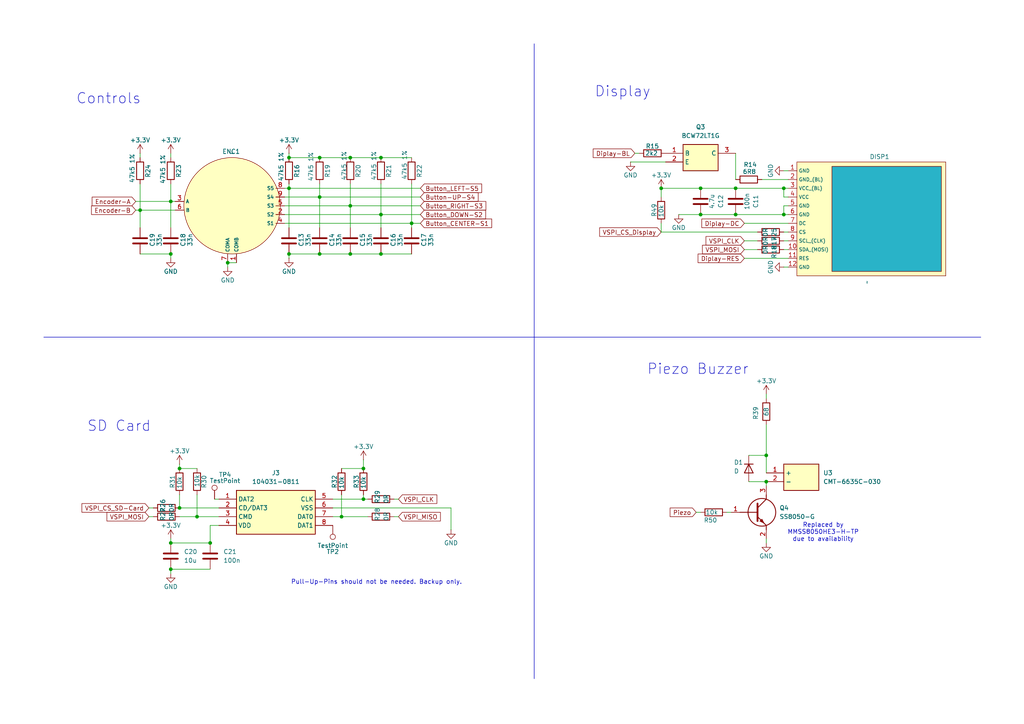
<source format=kicad_sch>
(kicad_sch (version 20231120) (generator "eeschema") (generator_version "8.0")
  (paper "A4")
  (title_block (title "Barbel Motion Tracker") (date "2024-08-16") (rev "1") (company "Thorben Horn"))
  (lib_symbols
    (symbol "Connector:TestPoint" (pin_numbers hide) (pin_names (offset 0.762) hide)
      (property "Reference" "TP" (at 0 6.858 0))
      (property "Value" "TestPoint" (at 0 5.08 0))
      (symbol "TestPoint_0_1"
        (circle (center 0 3.302) (radius 0.762))
      )
      (symbol "TestPoint_1_1"
        (pin passive line (at 0 0 90) (length 2.54) (name "1") (number "1"))
      )
    )
    (symbol "Device:C" (pin_numbers hide) (pin_names (offset 0.254))
      (property "Reference" "C" (at 0.635 2.54 0))
      (property "Value" "C" (at 0.635 -2.54 0))
      (symbol "C_0_1"
        (polyline (pts (xy -2.032 -0.762) (xy 2.032 -0.762)) (stroke (width 0.508)))
        (polyline (pts (xy -2.032 0.762) (xy 2.032 0.762)) (stroke (width 0.508)))
      )
      (symbol "C_1_1"
        (pin passive line (at 0 3.81 270) (length 2.794) (name "~") (number "1"))
        (pin passive line (at 0 -3.81 90) (length 2.794) (name "~") (number "2"))
      )
    )
    (symbol "Device:D" (pin_numbers hide) (pin_names (offset 1.016) hide)
      (property "Reference" "D" (at 0 2.54 0))
      (property "Value" "D" (at 0 -2.54 0))
      (symbol "D_0_1"
        (polyline (pts (xy -1.27 1.27) (xy -1.27 -1.27)) (stroke (width 0.254)))
        (polyline (pts (xy 1.27 0) (xy -1.27 0)))
        (polyline (pts (xy 1.27 1.27) (xy 1.27 -1.27) (xy -1.27 0) (xy 1.27 1.27)) (stroke (width 0.254)))
      )
      (symbol "D_1_1"
        (pin passive line (at -3.81 0 0) (length 2.54) (name "K") (number "1"))
        (pin passive line (at 3.81 0 180) (length 2.54) (name "A") (number "2"))
      )
    )
    (symbol "Device:R" (pin_numbers hide) (pin_names (offset 0))
      (property "Reference" "R" (at 2.032 0 90))
      (property "Value" "R" (at 0 0 90))
      (symbol "R_0_1"
        (rectangle (start -1.016 -2.54) (end 1.016 2.54) (stroke (width 0.254)))
      )
      (symbol "R_1_1"
        (pin passive line (at 0 3.81 270) (length 1.27) (name "~") (number "1"))
        (pin passive line (at 0 -3.81 90) (length 1.27) (name "~") (number "2"))
      )
    )
    (symbol "Display_ST7789V2:Display_ST7789V2"
      (property "Reference" "DISP" (at 0.254 26.67 0))
      (symbol "Display_ST7789V2_1_1"
        (rectangle (start -16.51 21.59) (end 16.51 -21.59) (fill (type background)))
        (rectangle (start -15.24 20.32) (end 15.24 -11.43) (fill (type color) (color 41 179 200 1)))
        (pin power_in line (at -13.97 -24.13 90) (length 2.54) (name "GND") (number "1"))
        (pin bidirectional line (at 8.89 -24.13 90) (length 2.54) (name "SDA_(MOSI)") (number "10"))
        (pin bidirectional line (at 11.43 -24.13 90) (length 2.54) (name "RES") (number "11"))
        (pin power_in line (at 13.97 -24.13 90) (length 2.54) (name "GND") (number "12"))
        (pin input line (at -11.43 -24.13 90) (length 2.54) (name "GND_(BL)") (number "2"))
        (pin power_in line (at -8.89 -24.13 90) (length 2.54) (name "VCC_(BL)") (number "3"))
        (pin power_in line (at -6.35 -24.13 90) (length 2.54) (name "VCC") (number "4"))
        (pin power_in line (at -3.81 -24.13 90) (length 2.54) (name "GND") (number "5"))
        (pin power_in line (at -1.27 -24.13 90) (length 2.54) (name "GND") (number "6"))
        (pin bidirectional line (at 1.27 -24.13 90) (length 2.54) (name "DC") (number "7"))
        (pin bidirectional line (at 3.81 -24.13 90) (length 2.54) (name "CS") (number "8"))
        (pin bidirectional line (at 6.35 -24.13 90) (length 2.54) (name "SCL_(CLK)") (number "9"))
      )
    )
    (symbol "SamacSys_Parts:104031-0811"
      (property "Reference" "J" (at 29.21 7.62 0))
      (property "Value" "104031-0811" (at 29.21 5.08 0))
      (symbol "104031-0811_1_1"
        (rectangle (start 5.08 2.54) (end 27.94 -10.16) (stroke (width 0.254)) (fill (type background)))
        (pin passive line (at 0 0 0) (length 5.08) (name "DAT2") (number "1"))
        (pin passive line (at 0 -2.54 0) (length 5.08) (name "CD/DAT3") (number "2"))
        (pin passive line (at 0 -5.08 0) (length 5.08) (name "CMD") (number "3"))
        (pin passive line (at 0 -7.62 0) (length 5.08) (name "VDD") (number "4"))
        (pin passive line (at 33.02 0 180) (length 5.08) (name "CLK") (number "5"))
        (pin passive line (at 33.02 -2.54 180) (length 5.08) (name "VSS") (number "6"))
        (pin passive line (at 33.02 -5.08 180) (length 5.08) (name "DAT0") (number "7"))
        (pin passive line (at 33.02 -7.62 180) (length 5.08) (name "DAT1") (number "8"))
      )
    )
    (symbol "SamacSys_Parts:BCW72LT1G"
      (property "Reference" "Q" (at 16.51 7.62 0))
      (property "Value" "BCW72LT1G" (at 16.51 5.08 0))
      (symbol "BCW72LT1G_1_1"
        (rectangle (start 5.08 2.54) (end 15.24 -5.08) (stroke (width 0.254)) (fill (type background)))
        (pin passive line (at 0 0 0) (length 5.08) (name "B") (number "1"))
        (pin passive line (at 0 -2.54 0) (length 5.08) (name "E") (number "2"))
        (pin passive line (at 20.32 0 180) (length 5.08) (name "C") (number "3"))
      )
    )
    (symbol "SamacSys_Parts:CMT-6635C-030"
      (property "Reference" "U" (at 16.51 7.62 0))
      (property "Value" "CMT-6635C-030" (at 16.51 5.08 0))
      (symbol "CMT-6635C-030_1_1"
        (rectangle (start 5.08 2.54) (end 15.24 -5.08) (stroke (width 0.254)) (fill (type background)))
        (pin passive line (at 0 0 0) (length 5.08) (name "+") (number "1"))
        (pin passive line (at 0 -2.54 0) (length 5.08) (name "-") (number "2"))
      )
    )
    (symbol "SamacSys_Parts:SS8050-G" (pin_names hide)
      (property "Reference" "Q" (at 13.97 1.27 0))
      (property "Value" "SS8050-G" (at 13.97 -1.27 0))
      (symbol "SS8050-G_1_1"
        (polyline (pts (xy 2.54 0) (xy 7.62 0)) (stroke (width 0.254)))
        (polyline (pts (xy 7.62 -1.27) (xy 10.16 -3.81)) (stroke (width 0.254)))
        (polyline (pts (xy 7.62 1.27) (xy 10.16 3.81)) (stroke (width 0.254)))
        (polyline (pts (xy 7.62 2.54) (xy 7.62 -2.54)) (stroke (width 0.508)))
        (polyline (pts (xy 10.16 -3.81) (xy 10.16 -5.08)) (stroke (width 0.254)))
        (polyline (pts (xy 10.16 3.81) (xy 10.16 5.08)) (stroke (width 0.254)))
        (polyline (pts (xy 8.382 -2.54) (xy 8.89 -2.032) (xy 9.398 -3.048) (xy 8.382 -2.54)) (stroke (width 0.254)) (fill (type outline)))
        (circle (center 8.89 0) (radius 4.016) (stroke (width 0.254)))
        (pin passive line (at 0 0 0) (length 2.54) (name "B") (number "1"))
        (pin passive line (at 10.16 -7.62 90) (length 2.54) (name "E") (number "2"))
        (pin passive line (at 10.16 7.62 270) (length 2.54) (name "C") (number "3"))
      )
    )
    (symbol "ZippyRotaryEncoder_ANO:ZippyRotaryEncoder_ANO"
      (property "Reference" "ENC" (at 0.254 15.494 0))
      (symbol "ZippyRotaryEncoder_ANO_1_1"
        (circle (center 0 0) (radius 13.97) (fill (type background)))
        (pin passive line (at 1.27 -16.51 90) (length 2.54) (name "COMB") (number "1"))
        (pin bidirectional line (at 15.24 -2.54 180) (length 2.54) (name "S2") (number "2"))
        (pin bidirectional line (at -16.51 1.27 0) (length 2.54) (name "A") (number "3"))
        (pin bidirectional line (at 15.24 -5.08 180) (length 2.54) (name "S1") (number "4"))
        (pin bidirectional line (at 15.24 0 180) (length 2.54) (name "S3") (number "5"))
        (pin bidirectional line (at -16.51 -1.27 0) (length 2.54) (name "B") (number "6"))
        (pin passive line (at -1.27 -16.51 90) (length 2.54) (name "COMA") (number "7"))
        (pin bidirectional line (at 15.24 5.08 180) (length 2.54) (name "S5") (number "8"))
        (pin bidirectional line (at 15.24 2.54 180) (length 2.54) (name "S4") (number "9"))
      )
    )
    (symbol "power:+3.3V" (power) (pin_numbers hide) (pin_names (offset 0) hide)
      (property "Value" "+3.3V" (at 0 3.556 0))
      (symbol "+3.3V_0_1"
        (polyline (pts (xy -0.762 1.27) (xy 0 2.54)))
        (polyline (pts (xy 0 0) (xy 0 2.54)))
        (polyline (pts (xy 0 2.54) (xy 0.762 1.27)))
      )
      (symbol "+3.3V_1_1"
        (pin power_in line (at 0 0 90) (length 0) (name "~") (number "1"))
      )
    )
    (symbol "power:GND" (power) (pin_numbers hide) (pin_names (offset 0) hide)
      (property "Value" "GND" (at 0 -3.81 0))
      (symbol "GND_0_1"
        (polyline (pts (xy 0 0) (xy 0 -1.27) (xy 1.27 -1.27) (xy 0 -2.54) (xy -1.27 -1.27) (xy 0 -1.27)))
      )
      (symbol "GND_1_1"
        (pin power_in line (at 0 0 270) (length 0) (name "~") (number "1"))
      )
    )
  )
  (junction (at 101.6 59.69))
  (junction (at 110.49 73.66))
  (junction (at 66.04 76.2))
  (junction (at 222.25 132.08))
  (junction (at 52.07 135.89))
  (junction (at 40.64 60.96))
  (junction (at 83.82 54.61))
  (junction (at 105.41 135.89))
  (junction (at 52.07 147.32))
  (junction (at 92.71 57.15))
  (junction (at 49.53 73.66))
  (junction (at 213.36 54.61))
  (junction (at 203.2 62.23))
  (junction (at 101.6 45.72))
  (junction (at 60.96 157.48))
  (junction (at 101.6 73.66))
  (junction (at 92.71 45.72))
  (junction (at 49.53 165.1))
  (junction (at 213.36 62.23))
  (junction (at 191.77 54.61))
  (junction (at 105.41 144.78))
  (junction (at 227.33 62.23))
  (junction (at 83.82 45.72))
  (junction (at 92.71 73.66))
  (junction (at 227.33 54.61))
  (junction (at 203.2 54.61))
  (junction (at 222.25 139.7))
  (junction (at 49.53 58.42))
  (junction (at 83.82 73.66))
  (junction (at 110.49 45.72))
  (junction (at 119.38 64.77))
  (junction (at 110.49 62.23))
  (junction (at 99.06 149.86))
  (junction (at 49.53 157.48))
  (junction (at 57.15 149.86))
  (wire (pts (xy 40.64 44.45) (xy 40.64 45.72)))
  (wire (pts (xy 213.36 62.23) (xy 227.33 62.23)))
  (wire (pts (xy 83.82 45.72) (xy 92.71 45.72)))
  (wire (pts (xy 228.6 72.39) (xy 227.33 72.39)))
  (wire (pts (xy 110.49 62.23) (xy 110.49 66.04)))
  (wire (pts (xy 191.77 67.31) (xy 219.71 67.31)))
  (wire (pts (xy 228.6 67.31) (xy 227.33 67.31)))
  (wire (pts (xy 83.82 54.61) (xy 121.92 54.61)))
  (wire (pts (xy 105.41 135.89) (xy 105.41 133.35)))
  (wire (pts (xy 193.04 46.99) (xy 182.88 46.99)))
  (wire (pts (xy 49.53 165.1) (xy 49.53 166.37)))
  (wire (pts (xy 49.53 58.42) (xy 49.53 66.04)))
  (wire (pts (xy 52.07 147.32) (xy 63.5 147.32)))
  (wire (pts (xy 66.04 76.2) (xy 66.04 77.47)))
  (wire (pts (xy 227.33 59.69) (xy 227.33 62.23)))
  (wire (pts (xy 219.71 72.39) (xy 215.9 72.39)))
  (wire (pts (xy 228.6 69.85) (xy 227.33 69.85)))
  (wire (pts (xy 228.6 57.15) (xy 227.33 57.15)))
  (wire (pts (xy 213.36 54.61) (xy 227.33 54.61)))
  (wire (pts (xy 219.71 69.85) (xy 215.9 69.85)))
  (wire (pts (xy 203.2 62.23) (xy 196.85 62.23)))
  (wire (pts (xy 62.23 144.78) (xy 63.5 144.78)))
  (wire (pts (xy 49.53 157.48) (xy 60.96 157.48)))
  (wire (pts (xy 213.36 44.45) (xy 213.36 52.07)))
  (wire (pts (xy 49.53 156.21) (xy 49.53 157.48)))
  (wire (pts (xy 82.55 64.77) (xy 119.38 64.77)))
  (wire (pts (xy 110.49 62.23) (xy 121.92 62.23)))
  (wire (pts (xy 92.71 53.34) (xy 92.71 57.15)))
  (wire (pts (xy 228.6 77.47) (xy 227.33 77.47)))
  (wire (pts (xy 83.82 73.66) (xy 83.82 74.93)))
  (wire (pts (xy 82.55 59.69) (xy 101.6 59.69)))
  (wire (pts (xy 227.33 57.15) (xy 227.33 54.61)))
  (wire (pts (xy 40.64 53.34) (xy 40.64 60.96)))
  (wire (pts (xy 228.6 54.61) (xy 227.33 54.61)))
  (wire (pts (xy 110.49 45.72) (xy 119.38 45.72)))
  (wire (pts (xy 83.82 73.66) (xy 92.71 73.66)))
  (wire (pts (xy 92.71 45.72) (xy 101.6 45.72)))
  (polyline (pts (xy 12.7 97.79) (xy 284.48 97.79)))
  (wire (pts (xy 114.3 144.78) (xy 115.57 144.78)))
  (wire (pts (xy 130.81 147.32) (xy 96.52 147.32)))
  (wire (pts (xy 101.6 53.34) (xy 101.6 59.69)))
  (wire (pts (xy 99.06 149.86) (xy 106.68 149.86)))
  (wire (pts (xy 222.25 123.19) (xy 222.25 132.08)))
  (wire (pts (xy 222.25 114.3) (xy 222.25 115.57)))
  (wire (pts (xy 57.15 149.86) (xy 63.5 149.86)))
  (wire (pts (xy 228.6 52.07) (xy 220.98 52.07)))
  (wire (pts (xy 68.58 76.2) (xy 66.04 76.2)))
  (wire (pts (xy 210.82 148.59) (xy 212.09 148.59)))
  (wire (pts (xy 217.17 132.08) (xy 222.25 132.08)))
  (wire (pts (xy 92.71 57.15) (xy 121.92 57.15)))
  (wire (pts (xy 101.6 59.69) (xy 121.92 59.69)))
  (wire (pts (xy 60.96 152.4) (xy 60.96 157.48)))
  (wire (pts (xy 83.82 44.45) (xy 83.82 45.72)))
  (wire (pts (xy 203.2 54.61) (xy 191.77 54.61)))
  (wire (pts (xy 114.3 149.86) (xy 115.57 149.86)))
  (wire (pts (xy 60.96 165.1) (xy 49.53 165.1)))
  (wire (pts (xy 43.18 149.86) (xy 44.45 149.86)))
  (wire (pts (xy 119.38 53.34) (xy 119.38 64.77)))
  (wire (pts (xy 52.07 135.89) (xy 52.07 134.62)))
  (wire (pts (xy 110.49 53.34) (xy 110.49 62.23)))
  (wire (pts (xy 222.25 132.08) (xy 222.25 137.16)))
  (wire (pts (xy 101.6 45.72) (xy 110.49 45.72)))
  (wire (pts (xy 83.82 54.61) (xy 83.82 66.04)))
  (wire (pts (xy 130.81 147.32) (xy 130.81 153.67)))
  (wire (pts (xy 99.06 143.51) (xy 99.06 149.86)))
  (wire (pts (xy 222.25 157.48) (xy 222.25 156.21)))
  (wire (pts (xy 60.96 152.4) (xy 63.5 152.4)))
  (wire (pts (xy 227.33 59.69) (xy 228.6 59.69)))
  (wire (pts (xy 228.6 49.53) (xy 227.33 49.53)))
  (wire (pts (xy 105.41 143.51) (xy 105.41 144.78)))
  (wire (pts (xy 57.15 135.89) (xy 52.07 135.89)))
  (wire (pts (xy 184.15 44.45) (xy 185.42 44.45)))
  (wire (pts (xy 39.37 58.42) (xy 49.53 58.42)))
  (wire (pts (xy 92.71 73.66) (xy 101.6 73.66)))
  (wire (pts (xy 119.38 64.77) (xy 119.38 66.04)))
  (wire (pts (xy 217.17 139.7) (xy 222.25 139.7)))
  (wire (pts (xy 191.77 54.61) (xy 191.77 57.15)))
  (wire (pts (xy 92.71 57.15) (xy 92.71 66.04)))
  (wire (pts (xy 228.6 74.93) (xy 215.9 74.93)))
  (wire (pts (xy 82.55 57.15) (xy 92.71 57.15)))
  (wire (pts (xy 110.49 73.66) (xy 119.38 73.66)))
  (wire (pts (xy 105.41 144.78) (xy 106.68 144.78)))
  (wire (pts (xy 96.52 144.78) (xy 105.41 144.78)))
  (wire (pts (xy 49.53 73.66) (xy 49.53 74.93)))
  (wire (pts (xy 222.25 140.97) (xy 222.25 139.7)))
  (wire (pts (xy 96.52 149.86) (xy 99.06 149.86)))
  (wire (pts (xy 39.37 60.96) (xy 40.64 60.96)))
  (wire (pts (xy 40.64 60.96) (xy 50.8 60.96)))
  (wire (pts (xy 191.77 64.77) (xy 191.77 67.31)))
  (wire (pts (xy 101.6 59.69) (xy 101.6 66.04)))
  (wire (pts (xy 82.55 54.61) (xy 83.82 54.61)))
  (wire (pts (xy 40.64 60.96) (xy 40.64 66.04)))
  (polyline (pts (xy 154.94 12.7) (xy 154.94 196.85)))
  (wire (pts (xy 49.53 44.45) (xy 49.53 45.72)))
  (wire (pts (xy 57.15 143.51) (xy 57.15 149.86)))
  (wire (pts (xy 99.06 135.89) (xy 105.41 135.89)))
  (wire (pts (xy 52.07 143.51) (xy 52.07 147.32)))
  (wire (pts (xy 83.82 53.34) (xy 83.82 54.61)))
  (wire (pts (xy 43.18 147.32) (xy 44.45 147.32)))
  (wire (pts (xy 119.38 64.77) (xy 121.92 64.77)))
  (wire (pts (xy 227.33 62.23) (xy 228.6 62.23)))
  (wire (pts (xy 82.55 62.23) (xy 110.49 62.23)))
  (wire (pts (xy 201.93 148.59) (xy 203.2 148.59)))
  (wire (pts (xy 49.53 53.34) (xy 49.53 58.42)))
  (wire (pts (xy 49.53 58.42) (xy 50.8 58.42)))
  (wire (pts (xy 52.07 149.86) (xy 57.15 149.86)))
  (wire (pts (xy 228.6 64.77) (xy 215.9 64.77)))
  (wire (pts (xy 203.2 62.23) (xy 213.36 62.23)))
  (wire (pts (xy 101.6 73.66) (xy 110.49 73.66)))
  (wire (pts (xy 40.64 73.66) (xy 49.53 73.66)))
  (wire (pts (xy 203.2 54.61) (xy 213.36 54.61)))
  (text "Pull-Up-Pins should not be needed. Backup only." (at 109.22 168.91 0) (effects (font (size 1.27 1.27))))
  (text "Piezo Buzzer" (at 202.438 107.188 0) (effects (font (size 3 3))))
  (text "Display" (at 180.594 26.67 0) (effects (font (size 3 3))))
  (text "Controls" (at 31.496 28.702 0) (effects (font (size 3 3))))
  (text "SD Card" (at 34.544 123.698 0) (effects (font (size 3 3))))
  (text "Replaced by\nMMSS8050HE3-H-TP\ndue to availability" (at 238.76 154.432 0) (effects (font (size 1.27 1.27))))
  (global_label "Encoder-B" (shape input) (at 39.37 60.96 180) (property "Intersheetrefs" "${INTERSHEET_REFS}" (effects (hide yes))))
  (global_label "VSPI_MOSI" (shape input) (at 43.18 149.86 180) (property "Intersheetrefs" "${INTERSHEET_REFS}" (effects (hide yes))))
  (global_label "VSPI_CLK" (shape input) (at 115.57 144.78 0) (property "Intersheetrefs" "${INTERSHEET_REFS}" (effects (hide yes))))
  (global_label "Diplay-DC" (shape input) (at 215.9 64.77 180) (property "Intersheetrefs" "${INTERSHEET_REFS}" (effects (hide yes))))
  (global_label "Button_CENTER-S1" (shape input) (at 121.92 64.77 0) (property "Intersheetrefs" "${INTERSHEET_REFS}" (effects (hide yes))))
  (global_label "VSPI_MOSI" (shape input) (at 215.9 72.39 180) (property "Intersheetrefs" "${INTERSHEET_REFS}" (effects (hide yes))))
  (global_label "Button_RIGHT-S3" (shape input) (at 121.92 59.69 0) (property "Intersheetrefs" "${INTERSHEET_REFS}" (effects (hide yes))))
  (global_label "Diplay-RES" (shape input) (at 215.9 74.93 180) (property "Intersheetrefs" "${INTERSHEET_REFS}" (effects (hide yes))))
  (global_label "Diplay-BL" (shape input) (at 184.15 44.45 180) (property "Intersheetrefs" "${INTERSHEET_REFS}" (effects (hide yes))))
  (global_label "VSPI_CS_SD-Card" (shape input) (at 43.18 147.32 180) (property "Intersheetrefs" "${INTERSHEET_REFS}" (effects (hide yes))))
  (global_label "Button_LEFT-S5" (shape input) (at 121.92 54.61 0) (property "Intersheetrefs" "${INTERSHEET_REFS}" (effects (hide yes))))
  (global_label "Encoder-A" (shape input) (at 39.37 58.42 180) (property "Intersheetrefs" "${INTERSHEET_REFS}" (effects (hide yes))))
  (global_label "Button_DOWN-S2" (shape input) (at 121.92 62.23 0) (property "Intersheetrefs" "${INTERSHEET_REFS}" (effects (hide yes))))
  (global_label "Button-UP-S4" (shape input) (at 121.92 57.15 0) (property "Intersheetrefs" "${INTERSHEET_REFS}" (effects (hide yes))))
  (global_label "VSPI_MISO" (shape input) (at 115.57 149.86 0) (property "Intersheetrefs" "${INTERSHEET_REFS}" (effects (hide yes))))
  (global_label "Piezo" (shape input) (at 201.93 148.59 180) (property "Intersheetrefs" "${INTERSHEET_REFS}" (effects (hide yes))))
  (global_label "VSPI_CLK" (shape input) (at 215.9 69.85 180) (property "Intersheetrefs" "${INTERSHEET_REFS}" (effects (hide yes))))
  (global_label "VSPI_CS_Display" (shape input) (at 191.77 67.31 180) (property "Intersheetrefs" "${INTERSHEET_REFS}" (effects (hide yes))))
  (symbol (lib_id "Device:R") (at 223.52 67.31 270) (unit 1)
    (property "Reference" "R25" (at 224.536 66.04 0) (effects (justify left)))
    (property "Value" "0R" (at 221.996 66.04 0) (effects (justify left)))
    (property "Footprint" "Resistor_SMD:R_0603_1608Metric" (effects (hide yes)))
    (property "Description" "Resistor" (effects (hide yes)))
    (property "MANUFACTURER" "https://www.mouser.de/ProductDetail/KOA-Speer/RK73Z1JTTDD?qs=sGAEpiMZZMtlubZbdhIBIOIkEhSyZ1IOpjyUKjVzbOA%3D" (effects (hide yes)))
  )
  (symbol (lib_id "Device:R") (at 110.49 144.78 90) (unit 1)
    (property "Reference" "R29" (at 109.474 146.05 0) (effects (justify left)))
    (property "Value" "0R" (at 112.014 146.05 0) (effects (justify left)))
    (property "Footprint" "Resistor_SMD:R_0603_1608Metric" (effects (hide yes)))
    (property "Description" "Resistor" (effects (hide yes)))
    (property "MANUFACTURER" "https://www.mouser.de/ProductDetail/KOA-Speer/RK73Z1JTTDD?qs=sGAEpiMZZMtlubZbdhIBIOIkEhSyZ1IOpjyUKjVzbOA%3D" (effects (hide yes)))
  )
  (symbol (lib_id "SamacSys_Parts:CMT-6635C-030") (at 222.25 137.16 0) (unit 1)
    (property "Reference" "U3" (at 238.76 137.1599 0) (effects (justify left)))
    (property "Value" "CMT-6635C-030" (at 238.76 139.6999 0) (effects (justify left)))
    (property "Footprint" "SamacSys_Parts:CMT6635C030" (effects (hide yes)))
    (property "Datasheet" "https://www.cuidevices.com/product/resource/cmt-6635c-030.pdf" (effects (hide yes)))
    (property "Description" "Piezo Buzzers & Audio Indicators Buzzer 6.6mm rnd 3kHz 3V SMT" (effects (hide yes)))
    (property "Height" "4" (effects (hide yes)))
    (property "Mouser Part Number" "490-CMT-6635C-030" (effects (hide yes)))
    (property "Mouser Price/Stock" "https://www.mouser.co.uk/ProductDetail/CUI-Devices/CMT-6635C-030?qs=qCxwlXJ4fnxPFuZxoalErQ%3D%3D" (effects (hide yes)))
    (property "Manufacturer_Name" "CUI Devices" (effects (hide yes)))
    (property "Manufacturer_Part_Number" "CMT-6635C-030" (effects (hide yes)))
    (property "MANUFACTURER" "https://www.mouser.de/ProductDetail/CUI-Devices/CMT-6635C-030?qs=qCxwlXJ4fnxPFuZxoalErQ%3D%3D" (effects (hide yes)))
  )
  (symbol (lib_id "Device:R") (at 110.49 149.86 90) (unit 1)
    (property "Reference" "R28" (at 109.474 151.13 0) (effects (justify left)))
    (property "Value" "0R" (at 112.014 151.13 0) (effects (justify left)))
    (property "Footprint" "Resistor_SMD:R_0603_1608Metric" (effects (hide yes)))
    (property "Description" "Resistor" (effects (hide yes)))
    (property "MANUFACTURER" "https://www.mouser.de/ProductDetail/KOA-Speer/RK73Z1JTTDD?qs=sGAEpiMZZMtlubZbdhIBIOIkEhSyZ1IOpjyUKjVzbOA%3D" (effects (hide yes)))
  )
  (symbol (lib_id "power:GND") (at 227.33 77.47 270) (unit 1)
    (property "Reference" "#PWR023" (effects (hide yes)))
    (property "Value" "GND" (at 223.52 77.47 0))
    (property "Description" "Power symbol creates a global label with name \"GND\" , ground" (effects (hide yes)))
  )
  (symbol (lib_id "power:GND") (at 83.82 74.93 0) (unit 1)
    (property "Reference" "#PWR027" (effects (hide yes)))
    (property "Value" "GND" (at 83.82 78.74 0))
    (property "Description" "Power symbol creates a global label with name \"GND\" , ground" (effects (hide yes)))
  )
  (symbol (lib_id "Device:R") (at 57.15 139.7 0) (unit 1)
    (property "Reference" "R30" (at 59.182 139.7 90))
    (property "Value" "10k" (at 57.15 139.446 90))
    (property "Footprint" "Resistor_SMD:R_0603_1608Metric" (effects (hide yes)))
    (property "Description" "Resistor" (effects (hide yes)))
    (property "MANUFACTURER" "https://www.mouser.de/ProductDetail/Bourns/CR0603-FX-1002ELF?qs=sGAEpiMZZMtlubZbdhIBIB2E0CzLGwMI9GXOCnit%2Fjs%3D" (effects (hide yes)))
  )
  (symbol (lib_id "Device:R") (at 222.25 119.38 180) (unit 1)
    (property "Reference" "R39" (at 219.202 117.856 90) (effects (justify left)))
    (property "Value" "68" (at 222.25 118.11 90) (effects (justify left)))
    (property "Footprint" "Resistor_SMD:R_0603_1608Metric" (effects (hide yes)))
    (property "Description" "Resistor" (effects (hide yes)))
    (property "MANUFACTURER" "https://www.mouser.de/ProductDetail/Vishay-Dale/CRCW060368R0FKEAC?qs=E3Y5ESvWgWOV4Ln3Ib0%252BjQ%3D%3D" (effects (hide yes)))
  )
  (symbol (lib_id "power:+3.3V") (at 40.64 44.45 0) (unit 1)
    (property "Reference" "#PWR029" (effects (hide yes)))
    (property "Value" "+3.3V" (at 40.64 40.64 0))
    (property "Description" "Power symbol creates a global label with name \"+3.3V\"" (effects (hide yes)))
  )
  (symbol (lib_id "Device:R") (at 105.41 139.7 180) (unit 1)
    (property "Reference" "R33" (at 103.378 139.7 90))
    (property "Value" "10k" (at 105.41 139.954 90))
    (property "Footprint" "Resistor_SMD:R_0603_1608Metric" (effects (hide yes)))
    (property "Description" "Resistor" (effects (hide yes)))
    (property "MANUFACTURER" "https://www.mouser.de/ProductDetail/Bourns/CR0603-FX-1002ELF?qs=sGAEpiMZZMtlubZbdhIBIB2E0CzLGwMI9GXOCnit%2Fjs%3D" (effects (hide yes)))
  )
  (symbol (lib_id "Device:R") (at 92.71 49.53 0) (unit 1)
    (property "Reference" "R19" (at 94.996 51.562 90) (effects (justify left)))
    (property "Value" "47k5 1%" (at 90.17 52.578 90) (effects (justify left)))
    (property "Footprint" "Resistor_SMD:R_0603_1608Metric" (effects (hide yes)))
    (property "Description" "Resistor" (effects (hide yes)))
    (property "MANUFACTURER" "https://www.mouser.de/ProductDetail/KOA-Speer/RK73H1JTTDD4752F?qs=%2F8hI1FYdl9Rwx6twAXM9oA%3D%3D" (effects (hide yes)))
  )
  (symbol (lib_id "Device:C") (at 49.53 69.85 180) (unit 1)
    (property "Reference" "C18" (at 53.086 69.596 90))
    (property "Value" "33n" (at 55.118 69.596 90))
    (property "Footprint" "Capacitor_SMD:C_0603_1608Metric" (effects (hide yes)))
    (property "Description" "Unpolarized capacitor" (effects (hide yes)))
    (property "MANUFACTURER" "https://www.mouser.de/ProductDetail/Vishay-Vitramon/VJ0603Y333KXXCW1BC?qs=dRR5hZv%2FSgl2UY%252BjUS60JA%3D%3D" (effects (hide yes)))
  )
  (symbol (lib_id "Connector:TestPoint") (at 96.52 152.4 180) (unit 1)
    (property "Reference" "TP2" (at 96.52 160.02 0))
    (property "Value" "TestPoint" (at 96.52 158.242 0))
    (property "Footprint" "TestPoint:TestPoint_Pad_D1.0mm" (effects (hide yes)))
    (property "Description" "test point" (effects (hide yes)))
    (property "MANUFACTURER" "x" (effects (hide yes)))
  )
  (symbol (lib_id "SamacSys_Parts:SS8050-G") (at 212.09 148.59 0) (unit 1)
    (property "Reference" "Q4" (at 226.06 147.3199 0) (effects (justify left)))
    (property "Value" "SS8050-G" (at 226.06 149.8599 0) (effects (justify left)))
    (property "Footprint" "SamacSys_Parts:SOT95P240X115-3N" (effects (hide yes)))
    (property "Datasheet" "https://datasheet.datasheetarchive.com/originals/distributors/DKDS-12/229454.pdf" (effects (hide yes)))
    (property "Description" "Bipolar Transistors - BJT NPN TRANSISTOR 1.5A 40V" (effects (hide yes)))
    (property "Height" "1.15" (effects (hide yes)))
    (property "Mouser Part Number" "750-SS8050-G" (effects (hide yes)))
    (property "Mouser Price/Stock" "https://www.mouser.co.uk/ProductDetail/Comchip-Technology/SS8050-G?qs=LLUE9lz1YbcHg%252BWLMAtcrQ%3D%3D" (effects (hide yes)))
    (property "Manufacturer_Name" "Comchip Technology" (effects (hide yes)))
    (property "Manufacturer_Part_Number" "SS8050-G" (effects (hide yes)))
    (property "MANUFACTURER" "https://www.mouser.de/ProductDetail/Micro-Commercial-Components-MCC/MMSS8050HE3-H-TP?qs=rSMjJ%252B1ewcR5iPsCf1fDWA%3D%3D" (effects (hide yes)))
  )
  (symbol (lib_id "Device:C") (at 49.53 161.29 0) (unit 1)
    (property "Reference" "C20" (at 53.34 160.0199 0) (effects (justify left)))
    (property "Value" "10u" (at 53.34 162.5599 0) (effects (justify left)))
    (property "Footprint" "Capacitor_SMD:C_0805_2012Metric" (effects (hide yes)))
    (property "Description" "Unpolarized capacitor" (effects (hide yes)))
    (property "MANUFACTURER" "https://www.mouser.de/ProductDetail/Murata-Electronics/GRM21BZ71E106KE15K?qs=Ey7%2FXF42M3ceEkXCU194qQ%3D%3D" (effects (hide yes)))
  )
  (symbol (lib_id "Device:R") (at 217.17 52.07 270) (unit 1)
    (property "Reference" "R14" (at 215.646 47.752 90) (effects (justify left)))
    (property "Value" "6R8" (at 215.392 49.784 90) (effects (justify left)))
    (property "Footprint" "Resistor_SMD:R_1206_3216Metric" (effects (hide yes)))
    (property "Description" "Resistor" (effects (hide yes)))
    (property "MANUFACTURER" "https://www.mouser.de/ProductDetail/KOA-Speer/RK73B2BTTD6R8J?qs=%2F%2FAKIbBODK%2FZ2mtIUUho6w%3D%3D" (effects (hide yes)))
  )
  (symbol (lib_id "power:+3.3V") (at 52.07 134.62 0) (unit 1)
    (property "Reference" "#PWR034" (effects (hide yes)))
    (property "Value" "+3.3V" (at 52.07 130.81 0))
    (property "Description" "Power symbol creates a global label with name \"+3.3V\"" (effects (hide yes)))
  )
  (symbol (lib_id "Device:C") (at 40.64 69.85 180) (unit 1)
    (property "Reference" "C19" (at 44.196 69.596 90))
    (property "Value" "33n" (at 46.228 69.596 90))
    (property "Footprint" "Capacitor_SMD:C_0603_1608Metric" (effects (hide yes)))
    (property "Description" "Unpolarized capacitor" (effects (hide yes)))
    (property "MANUFACTURER" "https://www.mouser.de/ProductDetail/Vishay-Vitramon/VJ0603Y333KXXCW1BC?qs=dRR5hZv%2FSgl2UY%252BjUS60JA%3D%3D" (effects (hide yes)))
  )
  (symbol (lib_id "power:GND") (at 222.25 157.48 0) (unit 1)
    (property "Reference" "#PWR017" (effects (hide yes)))
    (property "Value" "GND" (at 222.25 161.29 0))
    (property "Description" "Power symbol creates a global label with name \"GND\" , ground" (effects (hide yes)))
  )
  (symbol (lib_id "Device:R") (at 40.64 49.53 0) (unit 1)
    (property "Reference" "R24" (at 42.926 51.562 90) (effects (justify left)))
    (property "Value" "47k5 1%" (at 38.354 53.086 90) (effects (justify left)))
    (property "Footprint" "Resistor_SMD:R_0603_1608Metric" (effects (hide yes)))
    (property "Description" "Resistor" (effects (hide yes)))
    (property "MANUFACTURER" "https://www.mouser.de/ProductDetail/KOA-Speer/RK73H1JTTDD4752F?qs=%2F8hI1FYdl9Rwx6twAXM9oA%3D%3D" (effects (hide yes)))
  )
  (symbol (lib_id "Device:R") (at 191.77 60.96 180) (unit 1)
    (property "Reference" "R49" (at 189.738 60.96 90))
    (property "Value" "10k" (at 191.77 61.214 90))
    (property "Footprint" "Resistor_SMD:R_0603_1608Metric" (effects (hide yes)))
    (property "Description" "Resistor" (effects (hide yes)))
    (property "MANUFACTURER" "https://www.mouser.de/ProductDetail/Bourns/CR0603-FX-1002ELF?qs=sGAEpiMZZMtlubZbdhIBIB2E0CzLGwMI9GXOCnit%2Fjs%3D" (effects (hide yes)))
  )
  (symbol (lib_id "Device:R") (at 189.23 44.45 90) (unit 1)
    (property "Reference" "R15" (at 189.23 42.418 90))
    (property "Value" "2k2" (at 188.976 44.45 90))
    (property "Footprint" "Resistor_SMD:R_0603_1608Metric" (effects (hide yes)))
    (property "Description" "Resistor" (effects (hide yes)))
    (property "MANUFACTURER" "https://www.mouser.de/ProductDetail/Walsin/WR06X222-JTL?qs=1w%252B2sDiFrrHsgtxP8d40xQ%3D%3D" (effects (hide yes)))
  )
  (symbol (lib_id "Device:R") (at 101.6 49.53 0) (unit 1)
    (property "Reference" "R20" (at 103.886 51.562 90) (effects (justify left)))
    (property "Value" "47k5 1%" (at 99.822 52.324 90) (effects (justify left)))
    (property "Footprint" "Resistor_SMD:R_0603_1608Metric" (effects (hide yes)))
    (property "Description" "Resistor" (effects (hide yes)))
    (property "MANUFACTURER" "https://www.mouser.de/ProductDetail/KOA-Speer/RK73H1JTTDD4752F?qs=%2F8hI1FYdl9Rwx6twAXM9oA%3D%3D" (effects (hide yes)))
  )
  (symbol (lib_id "power:GND") (at 49.53 74.93 0) (unit 1)
    (property "Reference" "#PWR028" (effects (hide yes)))
    (property "Value" "GND" (at 49.53 78.74 0))
    (property "Description" "Power symbol creates a global label with name \"GND\" , ground" (effects (hide yes)))
  )
  (symbol (lib_id "Device:R") (at 49.53 49.53 0) (unit 1)
    (property "Reference" "R23" (at 51.816 51.562 90) (effects (justify left)))
    (property "Value" "47k5 1%" (at 47.244 53.34 90) (effects (justify left)))
    (property "Footprint" "Resistor_SMD:R_0603_1608Metric" (effects (hide yes)))
    (property "Description" "Resistor" (effects (hide yes)))
    (property "MANUFACTURER" "https://www.mouser.de/ProductDetail/KOA-Speer/RK73H1JTTDD4752F?qs=%2F8hI1FYdl9Rwx6twAXM9oA%3D%3D" (effects (hide yes)))
  )
  (symbol (lib_id "Device:R") (at 110.49 49.53 0) (unit 1)
    (property "Reference" "R21" (at 112.776 51.562 90) (effects (justify left)))
    (property "Value" "47k5 1%" (at 108.458 52.324 90) (effects (justify left)))
    (property "Footprint" "Resistor_SMD:R_0603_1608Metric" (effects (hide yes)))
    (property "Description" "Resistor" (effects (hide yes)))
    (property "MANUFACTURER" "https://www.mouser.de/ProductDetail/KOA-Speer/RK73H1JTTDD4752F?qs=%2F8hI1FYdl9Rwx6twAXM9oA%3D%3D" (effects (hide yes)))
  )
  (symbol (lib_id "Device:R") (at 83.82 49.53 0) (unit 1)
    (property "Reference" "R16" (at 86.106 51.562 90) (effects (justify left)))
    (property "Value" "47k5 1%" (at 81.534 52.578 90) (effects (justify left)))
    (property "Footprint" "Resistor_SMD:R_0603_1608Metric" (effects (hide yes)))
    (property "Description" "Resistor" (effects (hide yes)))
    (property "MANUFACTURER" "https://www.mouser.de/ProductDetail/KOA-Speer/RK73H1JTTDD4752F?qs=%2F8hI1FYdl9Rwx6twAXM9oA%3D%3D" (effects (hide yes)))
  )
  (symbol (lib_id "power:GND") (at 49.53 166.37 0) (unit 1)
    (property "Reference" "#PWR031" (effects (hide yes)))
    (property "Value" "GND" (at 49.53 170.18 0))
    (property "Description" "Power symbol creates a global label with name \"GND\" , ground" (effects (hide yes)))
  )
  (symbol (lib_id "SamacSys_Parts:104031-0811") (at 63.5 144.78 0) (unit 1)
    (property "Reference" "J3" (at 80.01 137.16 0))
    (property "Value" "104031-0811" (at 80.01 139.7 0))
    (property "Footprint" "SamacSys_Parts:1040310811" (effects (hide yes)))
    (property "Datasheet" "http://www.molex.com/webdocs/datasheets/pdf/en-us/1040310811_MEMORY_CARD_SOCKET.pdf" (effects (hide yes)))
    (property "Description" "microSD 1.10mm SMT push-pull memory card microSD 1.10mm SMT push-pull memory card" (effects (hide yes)))
    (property "Mouser Part Number" "538-104031-0811" (effects (hide yes)))
    (property "Mouser Price/Stock" "https://www.mouser.co.uk/ProductDetail/Molex/104031-0811?qs=udsGRKD4nA3Tvy7wqky%252BuA%3D%3D" (effects (hide yes)))
    (property "Manufacturer_Name" "Molex" (effects (hide yes)))
    (property "Manufacturer_Part_Number" "104031-0811" (effects (hide yes)))
    (property "MANUFACTURER" "https://www.mouser.de/ProductDetail/Molex/104031-0811?qs=udsGRKD4nA3Tvy7wqky%252BuA%3D%3D" (effects (hide yes)))
  )
  (symbol (lib_id "Device:R") (at 48.26 149.86 90) (unit 1)
    (property "Reference" "R27" (at 47.244 151.13 0) (effects (justify left)))
    (property "Value" "0R" (at 49.784 151.13 0) (effects (justify left)))
    (property "Footprint" "Resistor_SMD:R_0603_1608Metric" (effects (hide yes)))
    (property "Description" "Resistor" (effects (hide yes)))
    (property "MANUFACTURER" "https://www.mouser.de/ProductDetail/KOA-Speer/RK73Z1JTTDD?qs=sGAEpiMZZMtlubZbdhIBIOIkEhSyZ1IOpjyUKjVzbOA%3D" (effects (hide yes)))
  )
  (symbol (lib_id "Device:C") (at 92.71 69.85 180) (unit 1)
    (property "Reference" "C14" (at 96.266 69.596 90))
    (property "Value" "33n" (at 98.298 69.596 90))
    (property "Footprint" "Capacitor_SMD:C_0603_1608Metric" (effects (hide yes)))
    (property "Description" "Unpolarized capacitor" (effects (hide yes)))
    (property "MANUFACTURER" "https://www.mouser.de/ProductDetail/Vishay-Vitramon/VJ0603Y333KXXCW1BC?qs=dRR5hZv%2FSgl2UY%252BjUS60JA%3D%3D" (effects (hide yes)))
  )
  (symbol (lib_id "power:GND") (at 196.85 62.23 0) (unit 1)
    (property "Reference" "#PWR022" (effects (hide yes)))
    (property "Value" "GND" (at 196.85 66.04 0))
    (property "Description" "Power symbol creates a global label with name \"GND\" , ground" (effects (hide yes)))
  )
  (symbol (lib_id "Device:D") (at 217.17 135.89 270) (unit 1)
    (property "Reference" "D1" (at 212.852 134.112 90) (effects (justify left)))
    (property "Value" "D" (at 212.852 136.652 90) (effects (justify left)))
    (property "Footprint" "Diode_SMD:D_0805_2012Metric" (effects (hide yes)))
    (property "Description" "Diode" (effects (hide yes)))
    (property "Sim.Device" "D" (effects (hide yes)))
    (property "Sim.Pins" "1=K 2=A" (effects (hide yes)))
    (property "MANUFACTURER" "https://www.mouser.de/ProductDetail/KYOCERA-AVX/SD0805S020S1R0?qs=jCA%252BPfw4LHbpkAoSnwrdjw%3D%3D" (effects (hide yes)))
  )
  (symbol (lib_id "power:GND") (at 130.81 153.67 0) (unit 1)
    (property "Reference" "#PWR032" (effects (hide yes)))
    (property "Value" "GND" (at 130.81 157.48 0))
    (property "Description" "Power symbol creates a global label with name \"GND\" , ground" (effects (hide yes)))
  )
  (symbol (lib_id "power:GND") (at 182.88 46.99 0) (unit 1)
    (property "Reference" "#PWR020" (effects (hide yes)))
    (property "Value" "GND" (at 182.88 50.8 0))
    (property "Description" "Power symbol creates a global label with name \"GND\" , ground" (effects (hide yes)))
  )
  (symbol (lib_id "Device:C") (at 213.36 58.42 0) (unit 1)
    (property "Reference" "C11" (at 219.202 58.42 90))
    (property "Value" "100n" (at 216.662 58.42 90))
    (property "Footprint" "Capacitor_SMD:C_0603_1608Metric" (effects (hide yes)))
    (property "Description" "Unpolarized capacitor" (effects (hide yes)))
    (property "MANUFACTURER" "https://www.mouser.de/ProductDetail/KYOCERA-AVX/KAM15AR71C104KM?qs=Jm2GQyTW%2FbjvjfiJhcHTCg%3D%3D" (effects (hide yes)))
  )
  (symbol (lib_id "Device:C") (at 101.6 69.85 180) (unit 1)
    (property "Reference" "C15" (at 105.156 69.596 90))
    (property "Value" "33n" (at 107.188 69.596 90))
    (property "Footprint" "Capacitor_SMD:C_0603_1608Metric" (effects (hide yes)))
    (property "Description" "Unpolarized capacitor" (effects (hide yes)))
    (property "MANUFACTURER" "https://www.mouser.de/ProductDetail/Vishay-Vitramon/VJ0603Y333KXXCW1BC?qs=dRR5hZv%2FSgl2UY%252BjUS60JA%3D%3D" (effects (hide yes)))
  )
  (symbol (lib_id "Connector:TestPoint") (at 62.23 144.78 0) (unit 1)
    (property "Reference" "TP4" (at 65.278 137.668 0))
    (property "Value" "TestPoint" (at 65.278 139.446 0))
    (property "Footprint" "TestPoint:TestPoint_Pad_D1.0mm" (effects (hide yes)))
    (property "Description" "test point" (effects (hide yes)))
    (property "MANUFACTURER" "x" (effects (hide yes)))
  )
  (symbol (lib_id "Device:C") (at 83.82 69.85 180) (unit 1)
    (property "Reference" "C13" (at 87.376 69.596 90))
    (property "Value" "33n" (at 89.408 69.596 90))
    (property "Footprint" "Capacitor_SMD:C_0603_1608Metric" (effects (hide yes)))
    (property "Description" "Unpolarized capacitor" (effects (hide yes)))
    (property "MANUFACTURER" "https://www.mouser.de/ProductDetail/Vishay-Vitramon/VJ0603Y333KXXCW1BC?qs=dRR5hZv%2FSgl2UY%252BjUS60JA%3D%3D" (effects (hide yes)))
  )
  (symbol (lib_id "Device:R") (at 48.26 147.32 90) (unit 1)
    (property "Reference" "R26" (at 47.244 148.59 0) (effects (justify left)))
    (property "Value" "0R" (at 49.784 148.59 0) (effects (justify left)))
    (property "Footprint" "Resistor_SMD:R_0603_1608Metric" (effects (hide yes)))
    (property "Description" "Resistor" (effects (hide yes)))
    (property "MANUFACTURER" "https://www.mouser.de/ProductDetail/KOA-Speer/RK73Z1JTTDD?qs=sGAEpiMZZMtlubZbdhIBIOIkEhSyZ1IOpjyUKjVzbOA%3D" (effects (hide yes)))
  )
  (symbol (lib_id "Device:C") (at 110.49 69.85 180) (unit 1)
    (property "Reference" "C16" (at 114.046 69.596 90))
    (property "Value" "33n" (at 116.078 69.596 90))
    (property "Footprint" "Capacitor_SMD:C_0603_1608Metric" (effects (hide yes)))
    (property "Description" "Unpolarized capacitor" (effects (hide yes)))
    (property "MANUFACTURER" "https://www.mouser.de/ProductDetail/Vishay-Vitramon/VJ0603Y333KXXCW1BC?qs=dRR5hZv%2FSgl2UY%252BjUS60JA%3D%3D" (effects (hide yes)))
  )
  (symbol (lib_id "Device:R") (at 207.01 148.59 90) (unit 1)
    (property "Reference" "R50" (at 208.026 150.876 90) (effects (justify left)))
    (property "Value" "10k" (at 208.28 148.59 90) (effects (justify left)))
    (property "Footprint" "Resistor_SMD:R_0603_1608Metric" (effects (hide yes)))
    (property "Description" "Resistor" (effects (hide yes)))
    (property "MANUFACTURER" "https://www.mouser.de/ProductDetail/Bourns/CR0603-FX-1002ELF?qs=sGAEpiMZZMtlubZbdhIBIB2E0CzLGwMI9GXOCnit%2Fjs%3D" (effects (hide yes)))
  )
  (symbol (lib_id "Device:R") (at 223.52 72.39 270) (unit 1)
    (property "Reference" "R18" (at 224.536 71.12 0) (effects (justify left)))
    (property "Value" "0R" (at 221.996 71.12 0) (effects (justify left)))
    (property "Footprint" "Resistor_SMD:R_0603_1608Metric" (effects (hide yes)))
    (property "Description" "Resistor" (effects (hide yes)))
    (property "MANUFACTURER" "https://www.mouser.de/ProductDetail/KOA-Speer/RK73Z1JTTDD?qs=sGAEpiMZZMtlubZbdhIBIOIkEhSyZ1IOpjyUKjVzbOA%3D" (effects (hide yes)))
  )
  (symbol (lib_id "power:+3.3V") (at 105.41 133.35 0) (unit 1)
    (property "Reference" "#PWR035" (effects (hide yes)))
    (property "Value" "+3.3V" (at 105.41 129.54 0))
    (property "Description" "Power symbol creates a global label with name \"+3.3V\"" (effects (hide yes)))
  )
  (symbol (lib_id "Device:R") (at 119.38 49.53 0) (unit 1)
    (property "Reference" "R22" (at 121.666 51.562 90) (effects (justify left)))
    (property "Value" "47k5 1%" (at 117.348 52.07 90) (effects (justify left)))
    (property "Footprint" "Resistor_SMD:R_0603_1608Metric" (effects (hide yes)))
    (property "Description" "Resistor" (effects (hide yes)))
    (property "MANUFACTURER" "https://www.mouser.de/ProductDetail/KOA-Speer/RK73H1JTTDD4752F?qs=%2F8hI1FYdl9Rwx6twAXM9oA%3D%3D" (effects (hide yes)))
  )
  (symbol (lib_id "power:+3.3V") (at 49.53 156.21 0) (unit 1)
    (property "Reference" "#PWR033" (effects (hide yes)))
    (property "Value" "+3.3V" (at 49.53 152.4 0))
    (property "Description" "Power symbol creates a global label with name \"+3.3V\"" (effects (hide yes)))
  )
  (symbol (lib_id "Display_ST7789V2:Display_ST7789V2") (at 252.73 63.5 270) (unit 1)
    (property "Reference" "DISP1" (at 252.222 45.466 90) (effects (justify left)))
    (property "Value" "~" (at 251.46 81.28 0) (effects (justify left)))
    (property "Footprint" "Display_ST7789V2:Display_ST7789V2" (effects (hide yes)))
    (property "MANUFACTURER" "x" (effects (hide yes)))
  )
  (symbol (lib_id "Device:C") (at 119.38 69.85 180) (unit 1)
    (property "Reference" "C17" (at 122.936 69.596 90))
    (property "Value" "33n" (at 124.968 69.596 90))
    (property "Footprint" "Capacitor_SMD:C_0603_1608Metric" (effects (hide yes)))
    (property "Description" "Unpolarized capacitor" (effects (hide yes)))
    (property "MANUFACTURER" "https://www.mouser.de/ProductDetail/Vishay-Vitramon/VJ0603Y333KXXCW1BC?qs=dRR5hZv%2FSgl2UY%252BjUS60JA%3D%3D" (effects (hide yes)))
  )
  (symbol (lib_id "Device:R") (at 99.06 139.7 180) (unit 1)
    (property "Reference" "R32" (at 97.028 139.7 90))
    (property "Value" "10k" (at 99.06 139.954 90))
    (property "Footprint" "Resistor_SMD:R_0603_1608Metric" (effects (hide yes)))
    (property "Description" "Resistor" (effects (hide yes)))
    (property "MANUFACTURER" "https://www.mouser.de/ProductDetail/Bourns/CR0603-FX-1002ELF?qs=sGAEpiMZZMtlubZbdhIBIB2E0CzLGwMI9GXOCnit%2Fjs%3D" (effects (hide yes)))
  )
  (symbol (lib_id "power:+3.3V") (at 222.25 114.3 0) (unit 1)
    (property "Reference" "#PWR018" (effects (hide yes)))
    (property "Value" "+3.3V" (at 222.25 110.49 0))
    (property "Description" "Power symbol creates a global label with name \"+3.3V\"" (effects (hide yes)))
  )
  (symbol (lib_id "power:+3.3V") (at 49.53 44.45 0) (unit 1)
    (property "Reference" "#PWR025" (effects (hide yes)))
    (property "Value" "+3.3V" (at 49.53 40.64 0))
    (property "Description" "Power symbol creates a global label with name \"+3.3V\"" (effects (hide yes)))
  )
  (symbol (lib_id "Device:R") (at 223.52 69.85 270) (unit 1)
    (property "Reference" "R17" (at 224.536 68.58 0) (effects (justify left)))
    (property "Value" "0R" (at 221.996 68.58 0) (effects (justify left)))
    (property "Footprint" "Resistor_SMD:R_0603_1608Metric" (effects (hide yes)))
    (property "Description" "Resistor" (effects (hide yes)))
    (property "MANUFACTURER" "https://www.mouser.de/ProductDetail/KOA-Speer/RK73Z1JTTDD?qs=sGAEpiMZZMtlubZbdhIBIOIkEhSyZ1IOpjyUKjVzbOA%3D" (effects (hide yes)))
  )
  (symbol (lib_id "power:+3.3V") (at 191.77 54.61 0) (unit 1)
    (property "Reference" "#PWR024" (effects (hide yes)))
    (property "Value" "+3.3V" (at 191.77 50.8 0))
    (property "Description" "Power symbol creates a global label with name \"+3.3V\"" (effects (hide yes)))
  )
  (symbol (lib_id "Device:C") (at 60.96 161.29 0) (unit 1)
    (property "Reference" "C21" (at 64.77 160.0199 0) (effects (justify left)))
    (property "Value" "100n" (at 64.77 162.5599 0) (effects (justify left)))
    (property "Footprint" "Capacitor_SMD:C_0603_1608Metric" (effects (hide yes)))
    (property "Description" "Unpolarized capacitor" (effects (hide yes)))
    (property "MANUFACTURER" "https://www.mouser.de/ProductDetail/KYOCERA-AVX/KAM15AR71C104KM?qs=Jm2GQyTW%2FbjvjfiJhcHTCg%3D%3D" (effects (hide yes)))
  )
  (symbol (lib_id "SamacSys_Parts:BCW72LT1G") (at 193.04 44.45 0) (unit 1)
    (property "Reference" "Q3" (at 203.2 36.83 0))
    (property "Value" "BCW72LT1G" (at 203.2 39.37 0))
    (property "Footprint" "SamacSys_Parts:SOT96P237X111-3N" (effects (hide yes)))
    (property "Datasheet" "http://www.onsemi.com/pub/Collateral/BCW72LT1-D.PDF" (effects (hide yes)))
    (property "Description" "ON SEMICONDUCTOR - BCW72LT1G - Bipolar (BJT) Single Transistor, NPN, 45 V, 300 MHz, 225 mW, 100 mA, 200 hFE" (effects (hide yes)))
    (property "Height" "1.11" (effects (hide yes)))
    (property "Mouser Part Number" "863-BCW72LT1G" (effects (hide yes)))
    (property "Mouser Price/Stock" "https://www.mouser.co.uk/ProductDetail/onsemi/BCW72LT1G?qs=vNc2DXHODiKjDPtjJF0JvA%3D%3D" (effects (hide yes)))
    (property "Manufacturer_Name" "onsemi" (effects (hide yes)))
    (property "Manufacturer_Part_Number" "BCW72LT1G" (effects (hide yes)))
    (property "MANUFACTURER" "https://www.mouser.de/ProductDetail/onsemi/BCW72LT1G?qs=vNc2DXHODiKjDPtjJF0JvA%3D%3D" (effects (hide yes)))
  )
  (symbol (lib_id "ZippyRotaryEncoder_ANO:ZippyRotaryEncoder_ANO") (at 67.31 59.69 0) (unit 1)
    (property "Reference" "ENC1" (at 67.056 43.942 0))
    (property "Value" "~" (at 67.31 44.45 0))
    (property "Footprint" "ZippyRotaryEncoder_ANO:ZippyRotaryEncoder_ANO" (effects (hide yes)))
    (property "MANUFACTURER" "x" (effects (hide yes)))
  )
  (symbol (lib_id "power:GND") (at 227.33 49.53 270) (unit 1)
    (property "Reference" "#PWR021" (effects (hide yes)))
    (property "Value" "GND" (at 223.52 49.53 0))
    (property "Description" "Power symbol creates a global label with name \"GND\" , ground" (effects (hide yes)))
  )
  (symbol (lib_id "Device:R") (at 52.07 139.7 180) (unit 1)
    (property "Reference" "R31" (at 50.038 139.7 90))
    (property "Value" "10k" (at 52.07 139.954 90))
    (property "Footprint" "Resistor_SMD:R_0603_1608Metric" (effects (hide yes)))
    (property "Description" "Resistor" (effects (hide yes)))
    (property "MANUFACTURER" "https://www.mouser.de/ProductDetail/Bourns/CR0603-FX-1002ELF?qs=sGAEpiMZZMtlubZbdhIBIB2E0CzLGwMI9GXOCnit%2Fjs%3D" (effects (hide yes)))
  )
  (symbol (lib_id "Device:C") (at 203.2 58.42 0) (unit 1)
    (property "Reference" "C12" (at 209.042 58.42 90))
    (property "Value" "4.7u" (at 206.502 58.42 90))
    (property "Footprint" "Capacitor_SMD:C_0603_1608Metric" (effects (hide yes)))
    (property "Description" "Unpolarized capacitor" (effects (hide yes)))
    (property "MANUFACTURER" "https://www.mouser.de/ProductDetail/Murata-Electronics/GRM188Z71C475KE21D?qs=d0WKAl%252BL4KajNOvalhHKtQ%3D%3D" (effects (hide yes)))
  )
  (symbol (lib_id "power:GND") (at 66.04 77.47 0) (unit 1)
    (property "Reference" "#PWR030" (effects (hide yes)))
    (property "Value" "GND" (at 66.04 81.28 0))
    (property "Description" "Power symbol creates a global label with name \"GND\" , ground" (effects (hide yes)))
  )
  (symbol (lib_id "power:+3.3V") (at 83.82 44.45 0) (unit 1)
    (property "Reference" "#PWR026" (effects (hide yes)))
    (property "Value" "+3.3V" (at 83.82 40.64 0))
    (property "Description" "Power symbol creates a global label with name \"+3.3V\"" (effects (hide yes)))
  )
)
</source>
